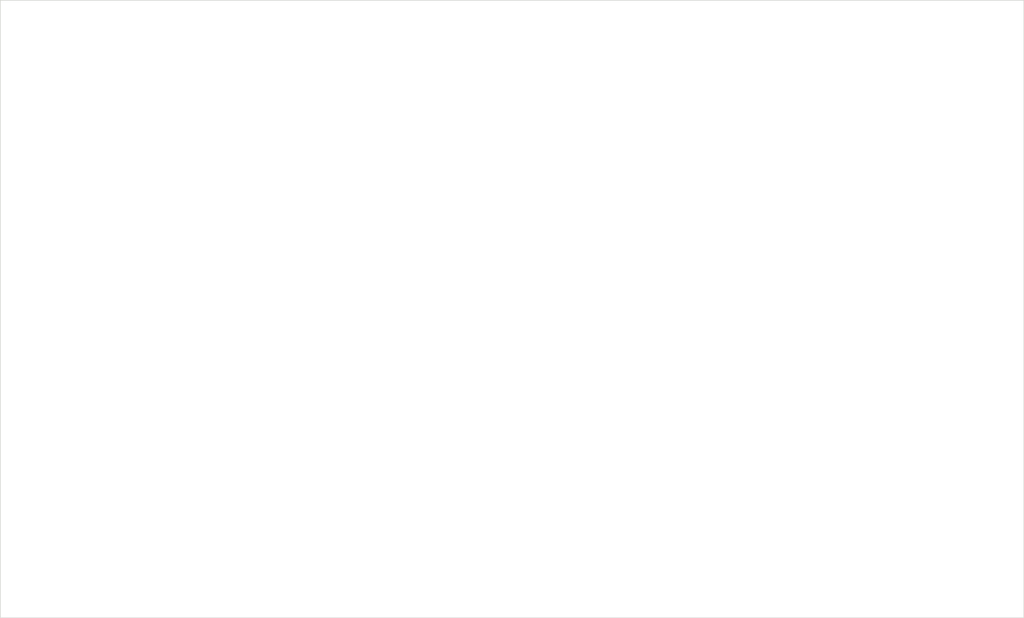
<source format=kicad_pcb>
(kicad_pcb (version 20211014) (generator pcbnew)

  (general
    (thickness 1.6)
  )

  (paper "A4")
  (layers
    (0 "F.Cu" signal)
    (31 "B.Cu" signal)
    (32 "B.Adhes" user "B.Adhesive")
    (33 "F.Adhes" user "F.Adhesive")
    (34 "B.Paste" user)
    (35 "F.Paste" user)
    (36 "B.SilkS" user "B.Silkscreen")
    (37 "F.SilkS" user "F.Silkscreen")
    (38 "B.Mask" user)
    (39 "F.Mask" user)
    (40 "Dwgs.User" user "User.Drawings")
    (41 "Cmts.User" user "User.Comments")
    (42 "Eco1.User" user "User.Eco1")
    (43 "Eco2.User" user "User.Eco2")
    (44 "Edge.Cuts" user)
    (45 "Margin" user)
    (46 "B.CrtYd" user "B.Courtyard")
    (47 "F.CrtYd" user "F.Courtyard")
    (48 "B.Fab" user)
    (49 "F.Fab" user)
    (50 "User.1" user)
    (51 "User.2" user)
    (52 "User.3" user)
    (53 "User.4" user)
    (54 "User.5" user)
    (55 "User.6" user)
    (56 "User.7" user)
    (57 "User.8" user)
    (58 "User.9" user)
  )

  (setup
    (pad_to_mask_clearance 0)
    (pcbplotparams
      (layerselection 0x00010fc_ffffffff)
      (disableapertmacros false)
      (usegerberextensions false)
      (usegerberattributes true)
      (usegerberadvancedattributes true)
      (creategerberjobfile true)
      (svguseinch false)
      (svgprecision 6)
      (excludeedgelayer true)
      (plotframeref false)
      (viasonmask false)
      (mode 1)
      (useauxorigin false)
      (hpglpennumber 1)
      (hpglpenspeed 20)
      (hpglpendiameter 15.000000)
      (dxfpolygonmode true)
      (dxfimperialunits true)
      (dxfusepcbnewfont true)
      (psnegative false)
      (psa4output false)
      (plotreference true)
      (plotvalue true)
      (plotinvisibletext false)
      (sketchpadsonfab false)
      (subtractmaskfromsilk false)
      (outputformat 1)
      (mirror false)
      (drillshape 1)
      (scaleselection 1)
      (outputdirectory "")
    )
  )

  (net 0 "")

  (gr_rect (start 76.2 48.26) (end 236.22 144.78) (layer "Edge.Cuts") (width 0.1) (fill none) (tstamp 87f52f4a-e939-4e6d-93fb-8d6b925dab6d))

)

</source>
